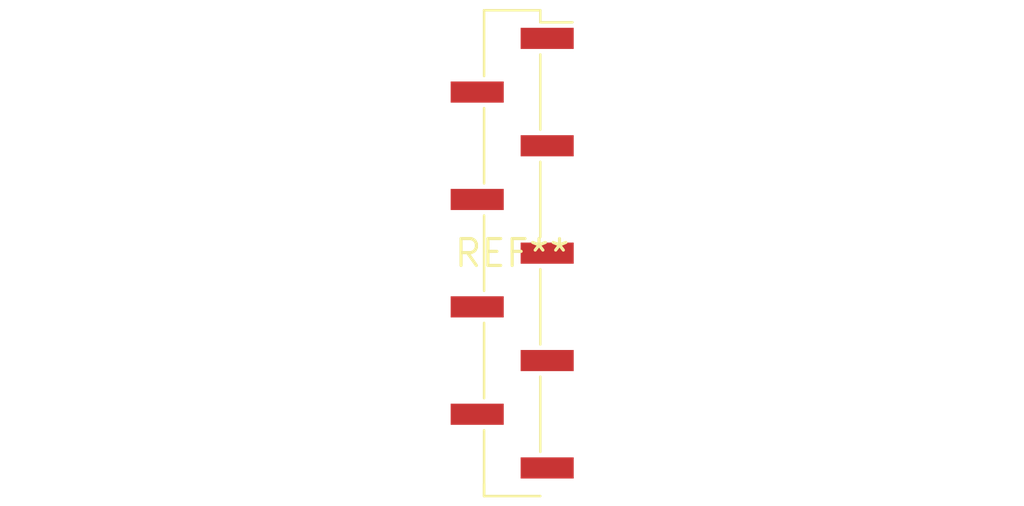
<source format=kicad_pcb>
(kicad_pcb (version 20240108) (generator pcbnew)
  (layers (0 "F.Cu" signal) (31 "B.Cu" signal) (34 "B.Paste" user) (35 "F.Paste" user) (36 "B.SilkS" user "B.Silkscreen") (37 "F.SilkS" user "F.Silkscreen") (38 "B.Mask" user) (39 "F.Mask" user) (44 "Edge.Cuts" user))
  (net 0 "")
  (footprint "PinHeader_1x09_P2.54mm_Vertical_SMD_Pin1Right" (layer "F.Cu") (at 0 0)
    (property "Reference" "REF**")
    (property "Value" "PinHeader_1x09_P2.54mm_Vertical_SMD_Pin1Right")
    (fp_line (start -1.33 -11.49) (end -1.33 -8.38) (layer "F.SilkS") (stroke (width 0.12)))
    (fp_line (start -1.33 -11.49) (end 1.33 -11.49) (layer "F.SilkS") (stroke (width 0.12)))
    (fp_line (start -1.33 -6.86) (end -1.33 -3.3) (layer "F.SilkS") (stroke (width 0.12)))
    (fp_line (start -1.33 -1.78) (end -1.33 1.78) (layer "F.SilkS") (stroke (width 0.12)))
    (fp_line (start -1.33 3.3) (end -1.33 6.86) (layer "F.SilkS") (stroke (width 0.12)))
    (fp_line (start -1.33 8.38) (end -1.33 11.49) (layer "F.SilkS") (stroke (width 0.12)))
    (fp_line (start -1.33 10.92) (end -1.33 11.49) (layer "F.SilkS") (stroke (width 0.12)))
    (fp_line (start -1.33 11.49) (end 1.33 11.49) (layer "F.SilkS") (stroke (width 0.12)))
    (fp_line (start 1.33 -11.49) (end 1.33 -10.92) (layer "F.SilkS") (stroke (width 0.12)))
    (fp_line (start 1.33 -10.92) (end 2.85 -10.92) (layer "F.SilkS") (stroke (width 0.12)))
    (fp_line (start 1.33 -9.4) (end 1.33 -5.84) (layer "F.SilkS") (stroke (width 0.12)))
    (fp_line (start 1.33 -4.32) (end 1.33 -0.76) (layer "F.SilkS") (stroke (width 0.12)))
    (fp_line (start 1.33 0.76) (end 1.33 4.32) (layer "F.SilkS") (stroke (width 0.12)))
    (fp_line (start 1.33 5.84) (end 1.33 9.4) (layer "F.SilkS") (stroke (width 0.12)))
    (pad "1" smd rect (at 1.655 -10.16) (size 2.51 1) (layers "F.Cu" "F.Paste" "F.Mask"))
    (pad "2" smd rect (at -1.655 -7.62) (size 2.51 1) (layers "F.Cu" "F.Paste" "F.Mask"))
    (pad "3" smd rect (at 1.655 -5.08) (size 2.51 1) (layers "F.Cu" "F.Paste" "F.Mask"))
    (pad "4" smd rect (at -1.655 -2.54) (size 2.51 1) (layers "F.Cu" "F.Paste" "F.Mask"))
    (pad "5" smd rect (at 1.655 0) (size 2.51 1) (layers "F.Cu" "F.Paste" "F.Mask"))
    (pad "6" smd rect (at -1.655 2.54) (size 2.51 1) (layers "F.Cu" "F.Paste" "F.Mask"))
    (pad "7" smd rect (at 1.655 5.08) (size 2.51 1) (layers "F.Cu" "F.Paste" "F.Mask"))
    (pad "8" smd rect (at -1.655 7.62) (size 2.51 1) (layers "F.Cu" "F.Paste" "F.Mask"))
    (pad "9" smd rect (at 1.655 10.16) (size 2.51 1) (layers "F.Cu" "F.Paste" "F.Mask"))
  )
)
</source>
